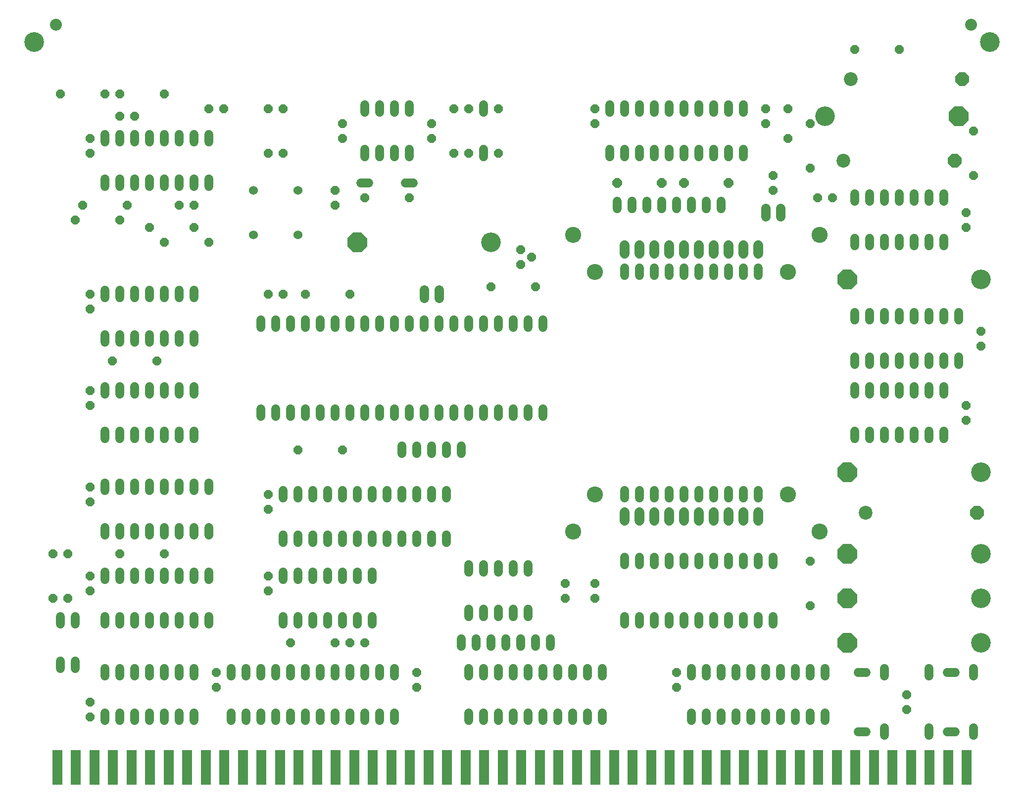
<source format=gts>
G04 EAGLE Gerber RS-274X export*
G75*
%MOMM*%
%FSLAX34Y34*%
%LPD*%
%INSoldermask Top*%
%IPPOS*%
%AMOC8*
5,1,8,0,0,1.08239X$1,22.5*%
G01*
%ADD10C,1.524000*%
%ADD11P,1.649562X8X112.500000*%
%ADD12P,1.649562X8X292.500000*%
%ADD13P,1.649562X8X22.500000*%
%ADD14C,2.743200*%
%ADD15C,1.625600*%
%ADD16P,1.759533X8X22.500000*%
%ADD17P,1.759533X8X202.500000*%
%ADD18P,1.649562X8X202.500000*%
%ADD19C,3.352800*%
%ADD20P,3.629037X8X202.500000*%
%ADD21C,1.524000*%
%ADD22P,3.629037X8X22.500000*%
%ADD23C,1.651000*%
%ADD24R,1.727200X6.045200*%
%ADD25C,3.378200*%
%ADD26C,2.032000*%
%ADD27C,2.362200*%
%ADD28P,2.556822X8X22.500000*%


D10*
X-1536700Y6096D02*
X-1536700Y19304D01*
X-1511300Y19304D02*
X-1511300Y6096D01*
X-1384300Y6096D02*
X-1384300Y19304D01*
X-1358900Y19304D02*
X-1358900Y6096D01*
X-1485900Y6096D02*
X-1485900Y19304D01*
X-1460500Y19304D02*
X-1460500Y6096D01*
X-1409700Y6096D02*
X-1409700Y19304D01*
X-1435100Y19304D02*
X-1435100Y6096D01*
X-1333500Y6096D02*
X-1333500Y19304D01*
X-1308100Y19304D02*
X-1308100Y6096D01*
X-1282700Y6096D02*
X-1282700Y19304D01*
X-1257300Y19304D02*
X-1257300Y6096D01*
X-1231900Y6096D02*
X-1231900Y19304D01*
X-1206500Y19304D02*
X-1206500Y6096D01*
X-1181100Y6096D02*
X-1181100Y19304D01*
X-1155700Y19304D02*
X-1155700Y6096D01*
X-1130300Y6096D02*
X-1130300Y19304D01*
X-1104900Y19304D02*
X-1104900Y6096D01*
X-1079500Y6096D02*
X-1079500Y19304D01*
X-1054100Y19304D02*
X-1054100Y6096D01*
X-1054100Y158496D02*
X-1054100Y171704D01*
X-1079500Y171704D02*
X-1079500Y158496D01*
X-1104900Y158496D02*
X-1104900Y171704D01*
X-1130300Y171704D02*
X-1130300Y158496D01*
X-1155700Y158496D02*
X-1155700Y171704D01*
X-1181100Y171704D02*
X-1181100Y158496D01*
X-1206500Y158496D02*
X-1206500Y171704D01*
X-1231900Y171704D02*
X-1231900Y158496D01*
X-1257300Y158496D02*
X-1257300Y171704D01*
X-1282700Y171704D02*
X-1282700Y158496D01*
X-1308100Y158496D02*
X-1308100Y171704D01*
X-1333500Y171704D02*
X-1333500Y158496D01*
X-1358900Y158496D02*
X-1358900Y171704D01*
X-1384300Y171704D02*
X-1384300Y158496D01*
X-1409700Y158496D02*
X-1409700Y171704D01*
X-1435100Y171704D02*
X-1435100Y158496D01*
X-1460500Y158496D02*
X-1460500Y171704D01*
X-1485900Y171704D02*
X-1485900Y158496D01*
X-1511300Y158496D02*
X-1511300Y171704D01*
X-1536700Y171704D02*
X-1536700Y158496D01*
X-914400Y-336296D02*
X-914400Y-349504D01*
X-889000Y-349504D02*
X-889000Y-336296D01*
X-863600Y-336296D02*
X-863600Y-349504D01*
X-838200Y-349504D02*
X-838200Y-336296D01*
X-812800Y-336296D02*
X-812800Y-349504D01*
X-787400Y-349504D02*
X-787400Y-336296D01*
X-762000Y-336296D02*
X-762000Y-349504D01*
X-736600Y-349504D02*
X-736600Y-336296D01*
X-711200Y-336296D02*
X-711200Y-349504D01*
X-685800Y-349504D02*
X-685800Y-336296D01*
X-660400Y-336296D02*
X-660400Y-349504D01*
X-660400Y-247904D02*
X-660400Y-234696D01*
X-685800Y-234696D02*
X-685800Y-247904D01*
X-711200Y-247904D02*
X-711200Y-234696D01*
X-736600Y-234696D02*
X-736600Y-247904D01*
X-762000Y-247904D02*
X-762000Y-234696D01*
X-787400Y-234696D02*
X-787400Y-247904D01*
X-812800Y-247904D02*
X-812800Y-234696D01*
X-838200Y-234696D02*
X-838200Y-247904D01*
X-863600Y-247904D02*
X-863600Y-234696D01*
X-889000Y-234696D02*
X-889000Y-247904D01*
X-914400Y-247904D02*
X-914400Y-234696D01*
X-939800Y450596D02*
X-939800Y463804D01*
X-914400Y463804D02*
X-914400Y450596D01*
X-787400Y450596D02*
X-787400Y463804D01*
X-762000Y463804D02*
X-762000Y450596D01*
X-889000Y450596D02*
X-889000Y463804D01*
X-863600Y463804D02*
X-863600Y450596D01*
X-812800Y450596D02*
X-812800Y463804D01*
X-838200Y463804D02*
X-838200Y450596D01*
X-736600Y450596D02*
X-736600Y463804D01*
X-711200Y463804D02*
X-711200Y450596D01*
X-711200Y526796D02*
X-711200Y540004D01*
X-736600Y540004D02*
X-736600Y526796D01*
X-762000Y526796D02*
X-762000Y540004D01*
X-787400Y540004D02*
X-787400Y526796D01*
X-812800Y526796D02*
X-812800Y540004D01*
X-838200Y540004D02*
X-838200Y526796D01*
X-863600Y526796D02*
X-863600Y540004D01*
X-889000Y540004D02*
X-889000Y526796D01*
X-914400Y526796D02*
X-914400Y540004D01*
X-939800Y540004D02*
X-939800Y526796D01*
D11*
X-1016000Y-304800D03*
X-1016000Y-279400D03*
D12*
X-635000Y533400D03*
X-635000Y482600D03*
D13*
X-520700Y635000D03*
X-444500Y635000D03*
D10*
X-914400Y-120396D02*
X-914400Y-133604D01*
X-889000Y-133604D02*
X-889000Y-120396D01*
X-762000Y-120396D02*
X-762000Y-133604D01*
X-736600Y-133604D02*
X-736600Y-120396D01*
X-863600Y-120396D02*
X-863600Y-133604D01*
X-838200Y-133604D02*
X-838200Y-120396D01*
X-787400Y-120396D02*
X-787400Y-133604D01*
X-812800Y-133604D02*
X-812800Y-120396D01*
X-711200Y-120396D02*
X-711200Y-133604D01*
X-685800Y-133604D02*
X-685800Y-120396D01*
X-685800Y247396D02*
X-685800Y260604D01*
X-711200Y260604D02*
X-711200Y247396D01*
X-736600Y247396D02*
X-736600Y260604D01*
X-762000Y260604D02*
X-762000Y247396D01*
X-787400Y247396D02*
X-787400Y260604D01*
X-812800Y260604D02*
X-812800Y247396D01*
X-838200Y247396D02*
X-838200Y260604D01*
X-863600Y260604D02*
X-863600Y247396D01*
X-889000Y247396D02*
X-889000Y260604D01*
X-914400Y260604D02*
X-914400Y247396D01*
D14*
X-965200Y254000D03*
X-635000Y254000D03*
X-965200Y-127000D03*
X-635000Y-127000D03*
D15*
X-673100Y348488D02*
X-673100Y362712D01*
X-647700Y362712D02*
X-647700Y348488D01*
D11*
X-596900Y-317500D03*
X-596900Y-241300D03*
D16*
X-927100Y406400D03*
X-850900Y406400D03*
D17*
X-736600Y406400D03*
X-812800Y406400D03*
D12*
X-660400Y419100D03*
X-660400Y393700D03*
D11*
X-596900Y431800D03*
X-596900Y508000D03*
X-317500Y419100D03*
X-317500Y495300D03*
D10*
X-927100Y374904D02*
X-927100Y361696D01*
X-901700Y361696D02*
X-901700Y374904D01*
X-876300Y374904D02*
X-876300Y361696D01*
X-850900Y361696D02*
X-850900Y374904D01*
X-825500Y374904D02*
X-825500Y361696D01*
X-800100Y361696D02*
X-800100Y374904D01*
X-774700Y374904D02*
X-774700Y361696D01*
X-749300Y361696D02*
X-749300Y374904D01*
X-520700Y108204D02*
X-520700Y94996D01*
X-495300Y94996D02*
X-495300Y108204D01*
X-368300Y108204D02*
X-368300Y94996D01*
X-342900Y94996D02*
X-342900Y108204D01*
X-469900Y108204D02*
X-469900Y94996D01*
X-444500Y94996D02*
X-444500Y108204D01*
X-393700Y108204D02*
X-393700Y94996D01*
X-419100Y94996D02*
X-419100Y108204D01*
X-342900Y171196D02*
X-342900Y184404D01*
X-368300Y184404D02*
X-368300Y171196D01*
X-393700Y171196D02*
X-393700Y184404D01*
X-419100Y184404D02*
X-419100Y171196D01*
X-444500Y171196D02*
X-444500Y184404D01*
X-469900Y184404D02*
X-469900Y171196D01*
X-495300Y171196D02*
X-495300Y184404D01*
X-520700Y184404D02*
X-520700Y171196D01*
X-520700Y-18796D02*
X-520700Y-32004D01*
X-495300Y-32004D02*
X-495300Y-18796D01*
X-368300Y-18796D02*
X-368300Y-32004D01*
X-368300Y44196D02*
X-368300Y57404D01*
X-469900Y-18796D02*
X-469900Y-32004D01*
X-444500Y-32004D02*
X-444500Y-18796D01*
X-393700Y-18796D02*
X-393700Y-32004D01*
X-419100Y-32004D02*
X-419100Y-18796D01*
X-393700Y44196D02*
X-393700Y57404D01*
X-419100Y57404D02*
X-419100Y44196D01*
X-444500Y44196D02*
X-444500Y57404D01*
X-469900Y57404D02*
X-469900Y44196D01*
X-495300Y44196D02*
X-495300Y57404D01*
X-520700Y57404D02*
X-520700Y44196D01*
X-520700Y298196D02*
X-520700Y311404D01*
X-495300Y311404D02*
X-495300Y298196D01*
X-368300Y298196D02*
X-368300Y311404D01*
X-368300Y374396D02*
X-368300Y387604D01*
X-469900Y311404D02*
X-469900Y298196D01*
X-444500Y298196D02*
X-444500Y311404D01*
X-393700Y311404D02*
X-393700Y298196D01*
X-419100Y298196D02*
X-419100Y311404D01*
X-393700Y374396D02*
X-393700Y387604D01*
X-419100Y387604D02*
X-419100Y374396D01*
X-444500Y374396D02*
X-444500Y387604D01*
X-469900Y387604D02*
X-469900Y374396D01*
X-495300Y374396D02*
X-495300Y387604D01*
X-520700Y387604D02*
X-520700Y374396D01*
D18*
X-1066800Y228600D03*
X-1143000Y228600D03*
D10*
X-1358900Y450596D02*
X-1358900Y463804D01*
X-1333500Y463804D02*
X-1333500Y450596D01*
X-1308100Y450596D02*
X-1308100Y463804D01*
X-1282700Y463804D02*
X-1282700Y450596D01*
X-1282700Y526796D02*
X-1282700Y540004D01*
X-1308100Y540004D02*
X-1308100Y526796D01*
X-1333500Y526796D02*
X-1333500Y540004D01*
X-1358900Y540004D02*
X-1358900Y526796D01*
D12*
X-1181100Y533400D03*
X-1181100Y457200D03*
X-1206500Y533400D03*
X-1206500Y457200D03*
D10*
X-1155700Y450596D02*
X-1155700Y463804D01*
X-1155700Y526796D02*
X-1155700Y540004D01*
D18*
X-1282700Y381000D03*
X-1358900Y381000D03*
D10*
X-1289304Y406400D02*
X-1276096Y406400D01*
X-1352296Y406400D02*
X-1365504Y406400D01*
D12*
X-1130300Y533400D03*
X-1130300Y457200D03*
D11*
X-1244600Y482600D03*
X-1244600Y508000D03*
D12*
X-1409700Y393700D03*
X-1409700Y368300D03*
D18*
X-1397000Y-50800D03*
X-1473200Y-50800D03*
D12*
X-1092200Y266700D03*
X-1073150Y279400D03*
X-1092200Y292100D03*
X-673100Y533400D03*
X-673100Y508000D03*
D19*
X-304800Y-228600D03*
D20*
X-533400Y-228600D03*
D18*
X-558800Y381000D03*
X-584200Y381000D03*
D12*
X-304800Y152400D03*
X-304800Y127000D03*
D21*
X-1549400Y393700D03*
X-1549400Y317500D03*
X-1473200Y317500D03*
X-1473200Y393700D03*
D18*
X-1498600Y457200D03*
X-1524000Y457200D03*
D13*
X-1524000Y215900D03*
X-1498600Y215900D03*
D12*
X-1397000Y508000D03*
X-1397000Y482600D03*
X-965200Y533400D03*
X-965200Y508000D03*
D19*
X-1143000Y304800D03*
D20*
X-1371600Y304800D03*
D19*
X-304800Y-381000D03*
D20*
X-533400Y-381000D03*
D19*
X-571500Y520700D03*
D22*
X-342900Y520700D03*
D19*
X-304800Y241300D03*
D20*
X-533400Y241300D03*
D19*
X-304800Y-88900D03*
D20*
X-533400Y-88900D03*
D11*
X-330200Y0D03*
X-330200Y25400D03*
X-330200Y330200D03*
X-330200Y355600D03*
D19*
X-304800Y-304800D03*
D20*
X-533400Y-304800D03*
D12*
X-965200Y-279400D03*
X-965200Y-304800D03*
D15*
X-1257300Y208788D02*
X-1257300Y223012D01*
X-1231900Y223012D02*
X-1231900Y208788D01*
D18*
X-1384300Y215900D03*
X-1460500Y215900D03*
D23*
X-914400Y-157861D02*
X-914400Y-172339D01*
X-889000Y-172339D02*
X-889000Y-157861D01*
X-762000Y-157861D02*
X-762000Y-172339D01*
X-736600Y-172339D02*
X-736600Y-157861D01*
X-863600Y-157861D02*
X-863600Y-172339D01*
X-838200Y-172339D02*
X-838200Y-157861D01*
X-787400Y-157861D02*
X-787400Y-172339D01*
X-812800Y-172339D02*
X-812800Y-157861D01*
X-711200Y-157861D02*
X-711200Y-172339D01*
X-685800Y-172339D02*
X-685800Y-157861D01*
X-685800Y284861D02*
X-685800Y299339D01*
X-711200Y299339D02*
X-711200Y284861D01*
X-736600Y284861D02*
X-736600Y299339D01*
X-762000Y299339D02*
X-762000Y284861D01*
X-787400Y284861D02*
X-787400Y299339D01*
X-812800Y299339D02*
X-812800Y284861D01*
X-838200Y284861D02*
X-838200Y299339D01*
X-863600Y299339D02*
X-863600Y284861D01*
X-889000Y284861D02*
X-889000Y299339D01*
X-914400Y299339D02*
X-914400Y284861D01*
D14*
X-1002030Y317500D03*
X-580390Y317500D03*
X-1002030Y-190500D03*
X-580390Y-190500D03*
D11*
X-431800Y-495300D03*
X-431800Y-469900D03*
D10*
X-393700Y-438404D02*
X-393700Y-425196D01*
X-393700Y-526796D02*
X-393700Y-540004D01*
X-469900Y-438404D02*
X-469900Y-425196D01*
X-469900Y-526796D02*
X-469900Y-540004D01*
X-317500Y-540004D02*
X-317500Y-526796D01*
X-317500Y-438404D02*
X-317500Y-425196D01*
D24*
X-1122680Y-594360D03*
X-1154430Y-594360D03*
X-1186180Y-594360D03*
X-1217930Y-594360D03*
X-1249680Y-594360D03*
X-1281430Y-594360D03*
X-1313180Y-594360D03*
X-1344930Y-594360D03*
X-1376680Y-594360D03*
X-1408430Y-594360D03*
X-1440180Y-594360D03*
X-1471930Y-594360D03*
X-1503680Y-594360D03*
X-1535430Y-594360D03*
X-1567180Y-594360D03*
X-1598930Y-594360D03*
X-1630680Y-594360D03*
X-1662430Y-594360D03*
X-1694180Y-594360D03*
X-1725930Y-594360D03*
X-1757680Y-594360D03*
X-1789430Y-594360D03*
X-1821180Y-594360D03*
X-1852930Y-594360D03*
X-1884680Y-594360D03*
X-1090930Y-594360D03*
X-1059180Y-594360D03*
X-1027430Y-594360D03*
X-995680Y-594360D03*
X-963930Y-594360D03*
X-932180Y-594360D03*
X-900430Y-594360D03*
X-868680Y-594360D03*
X-836930Y-594360D03*
X-805180Y-594360D03*
X-773430Y-594360D03*
X-741680Y-594360D03*
X-709930Y-594360D03*
X-678180Y-594360D03*
X-646430Y-594360D03*
X-614680Y-594360D03*
X-582930Y-594360D03*
X-551180Y-594360D03*
X-519430Y-594360D03*
X-487680Y-594360D03*
X-455930Y-594360D03*
X-424180Y-594360D03*
X-392430Y-594360D03*
X-360680Y-594360D03*
X-328930Y-594360D03*
D25*
X-1924050Y647700D03*
X-289560Y647700D03*
D26*
X-1887220Y676910D03*
X-321310Y676910D03*
D10*
X-501396Y-533400D02*
X-514604Y-533400D01*
X-514604Y-431800D02*
X-501396Y-431800D01*
X-362204Y-533400D02*
X-348996Y-533400D01*
X-348996Y-431800D02*
X-362204Y-431800D01*
X-1181100Y-501396D02*
X-1181100Y-514604D01*
X-1155700Y-514604D02*
X-1155700Y-501396D01*
X-1028700Y-501396D02*
X-1028700Y-514604D01*
X-1003300Y-514604D02*
X-1003300Y-501396D01*
X-1130300Y-501396D02*
X-1130300Y-514604D01*
X-1104900Y-514604D02*
X-1104900Y-501396D01*
X-1054100Y-501396D02*
X-1054100Y-514604D01*
X-1079500Y-514604D02*
X-1079500Y-501396D01*
X-977900Y-501396D02*
X-977900Y-514604D01*
X-952500Y-514604D02*
X-952500Y-501396D01*
X-952500Y-438404D02*
X-952500Y-425196D01*
X-977900Y-425196D02*
X-977900Y-438404D01*
X-1003300Y-438404D02*
X-1003300Y-425196D01*
X-1028700Y-425196D02*
X-1028700Y-438404D01*
X-1054100Y-438404D02*
X-1054100Y-425196D01*
X-1079500Y-425196D02*
X-1079500Y-438404D01*
X-1104900Y-438404D02*
X-1104900Y-425196D01*
X-1130300Y-425196D02*
X-1130300Y-438404D01*
X-1155700Y-438404D02*
X-1155700Y-425196D01*
X-1181100Y-425196D02*
X-1181100Y-438404D01*
X-1193800Y-387604D02*
X-1193800Y-374396D01*
X-1168400Y-374396D02*
X-1168400Y-387604D01*
X-1143000Y-387604D02*
X-1143000Y-374396D01*
X-1117600Y-374396D02*
X-1117600Y-387604D01*
X-1092200Y-387604D02*
X-1092200Y-374396D01*
X-1066800Y-374396D02*
X-1066800Y-387604D01*
X-1041400Y-387604D02*
X-1041400Y-374396D01*
X-1498600Y-209804D02*
X-1498600Y-196596D01*
X-1473200Y-196596D02*
X-1473200Y-209804D01*
X-1447800Y-209804D02*
X-1447800Y-196596D01*
X-1422400Y-196596D02*
X-1422400Y-209804D01*
X-1397000Y-209804D02*
X-1397000Y-196596D01*
X-1371600Y-196596D02*
X-1371600Y-209804D01*
X-1346200Y-209804D02*
X-1346200Y-196596D01*
X-1320800Y-196596D02*
X-1320800Y-209804D01*
X-1295400Y-209804D02*
X-1295400Y-196596D01*
X-1270000Y-196596D02*
X-1270000Y-209804D01*
X-1244600Y-209804D02*
X-1244600Y-196596D01*
X-1219200Y-196596D02*
X-1219200Y-209804D01*
X-1219200Y-133604D02*
X-1219200Y-120396D01*
X-1244600Y-120396D02*
X-1244600Y-133604D01*
X-1270000Y-133604D02*
X-1270000Y-120396D01*
X-1295400Y-120396D02*
X-1295400Y-133604D01*
X-1320800Y-133604D02*
X-1320800Y-120396D01*
X-1346200Y-120396D02*
X-1346200Y-133604D01*
X-1371600Y-133604D02*
X-1371600Y-120396D01*
X-1397000Y-120396D02*
X-1397000Y-133604D01*
X-1422400Y-133604D02*
X-1422400Y-120396D01*
X-1447800Y-120396D02*
X-1447800Y-133604D01*
X-1473200Y-133604D02*
X-1473200Y-120396D01*
X-1498600Y-120396D02*
X-1498600Y-133604D01*
X-1587500Y-501396D02*
X-1587500Y-514604D01*
X-1562100Y-514604D02*
X-1562100Y-501396D01*
X-1536700Y-501396D02*
X-1536700Y-514604D01*
X-1511300Y-514604D02*
X-1511300Y-501396D01*
X-1485900Y-501396D02*
X-1485900Y-514604D01*
X-1460500Y-514604D02*
X-1460500Y-501396D01*
X-1435100Y-501396D02*
X-1435100Y-514604D01*
X-1409700Y-514604D02*
X-1409700Y-501396D01*
X-1384300Y-501396D02*
X-1384300Y-514604D01*
X-1358900Y-514604D02*
X-1358900Y-501396D01*
X-1333500Y-501396D02*
X-1333500Y-514604D01*
X-1308100Y-514604D02*
X-1308100Y-501396D01*
X-1308100Y-438404D02*
X-1308100Y-425196D01*
X-1333500Y-425196D02*
X-1333500Y-438404D01*
X-1358900Y-438404D02*
X-1358900Y-425196D01*
X-1384300Y-425196D02*
X-1384300Y-438404D01*
X-1409700Y-438404D02*
X-1409700Y-425196D01*
X-1435100Y-425196D02*
X-1435100Y-438404D01*
X-1460500Y-438404D02*
X-1460500Y-425196D01*
X-1485900Y-425196D02*
X-1485900Y-438404D01*
X-1511300Y-438404D02*
X-1511300Y-425196D01*
X-1536700Y-425196D02*
X-1536700Y-438404D01*
X-1562100Y-438404D02*
X-1562100Y-425196D01*
X-1587500Y-425196D02*
X-1587500Y-438404D01*
X-1803400Y-501396D02*
X-1803400Y-514604D01*
X-1778000Y-514604D02*
X-1778000Y-501396D01*
X-1651000Y-501396D02*
X-1651000Y-514604D01*
X-1651000Y-438404D02*
X-1651000Y-425196D01*
X-1752600Y-501396D02*
X-1752600Y-514604D01*
X-1727200Y-514604D02*
X-1727200Y-501396D01*
X-1676400Y-501396D02*
X-1676400Y-514604D01*
X-1701800Y-514604D02*
X-1701800Y-501396D01*
X-1676400Y-438404D02*
X-1676400Y-425196D01*
X-1701800Y-425196D02*
X-1701800Y-438404D01*
X-1727200Y-438404D02*
X-1727200Y-425196D01*
X-1752600Y-425196D02*
X-1752600Y-438404D01*
X-1778000Y-438404D02*
X-1778000Y-425196D01*
X-1803400Y-425196D02*
X-1803400Y-438404D01*
X-800100Y-501396D02*
X-800100Y-514604D01*
X-774700Y-514604D02*
X-774700Y-501396D01*
X-647700Y-501396D02*
X-647700Y-514604D01*
X-622300Y-514604D02*
X-622300Y-501396D01*
X-749300Y-501396D02*
X-749300Y-514604D01*
X-723900Y-514604D02*
X-723900Y-501396D01*
X-673100Y-501396D02*
X-673100Y-514604D01*
X-698500Y-514604D02*
X-698500Y-501396D01*
X-596900Y-501396D02*
X-596900Y-514604D01*
X-571500Y-514604D02*
X-571500Y-501396D01*
X-571500Y-438404D02*
X-571500Y-425196D01*
X-596900Y-425196D02*
X-596900Y-438404D01*
X-622300Y-438404D02*
X-622300Y-425196D01*
X-647700Y-425196D02*
X-647700Y-438404D01*
X-673100Y-438404D02*
X-673100Y-425196D01*
X-698500Y-425196D02*
X-698500Y-438404D01*
X-723900Y-438404D02*
X-723900Y-425196D01*
X-749300Y-425196D02*
X-749300Y-438404D01*
X-774700Y-438404D02*
X-774700Y-425196D01*
X-800100Y-425196D02*
X-800100Y-438404D01*
X-1803400Y-197104D02*
X-1803400Y-183896D01*
X-1778000Y-183896D02*
X-1778000Y-197104D01*
X-1651000Y-197104D02*
X-1651000Y-183896D01*
X-1625600Y-183896D02*
X-1625600Y-197104D01*
X-1752600Y-197104D02*
X-1752600Y-183896D01*
X-1727200Y-183896D02*
X-1727200Y-197104D01*
X-1676400Y-197104D02*
X-1676400Y-183896D01*
X-1701800Y-183896D02*
X-1701800Y-197104D01*
X-1625600Y-120904D02*
X-1625600Y-107696D01*
X-1651000Y-107696D02*
X-1651000Y-120904D01*
X-1676400Y-120904D02*
X-1676400Y-107696D01*
X-1701800Y-107696D02*
X-1701800Y-120904D01*
X-1727200Y-120904D02*
X-1727200Y-107696D01*
X-1752600Y-107696D02*
X-1752600Y-120904D01*
X-1778000Y-120904D02*
X-1778000Y-107696D01*
X-1803400Y-107696D02*
X-1803400Y-120904D01*
D18*
X-1701800Y-228600D03*
X-1778000Y-228600D03*
D10*
X-1803400Y-32004D02*
X-1803400Y-18796D01*
X-1778000Y-18796D02*
X-1778000Y-32004D01*
X-1651000Y-32004D02*
X-1651000Y-18796D01*
X-1651000Y44196D02*
X-1651000Y57404D01*
X-1752600Y-18796D02*
X-1752600Y-32004D01*
X-1727200Y-32004D02*
X-1727200Y-18796D01*
X-1676400Y-18796D02*
X-1676400Y-32004D01*
X-1701800Y-32004D02*
X-1701800Y-18796D01*
X-1676400Y44196D02*
X-1676400Y57404D01*
X-1701800Y57404D02*
X-1701800Y44196D01*
X-1727200Y44196D02*
X-1727200Y57404D01*
X-1752600Y57404D02*
X-1752600Y44196D01*
X-1778000Y44196D02*
X-1778000Y57404D01*
X-1803400Y57404D02*
X-1803400Y44196D01*
X-1803400Y133096D02*
X-1803400Y146304D01*
X-1778000Y146304D02*
X-1778000Y133096D01*
X-1651000Y133096D02*
X-1651000Y146304D01*
X-1651000Y209296D02*
X-1651000Y222504D01*
X-1752600Y146304D02*
X-1752600Y133096D01*
X-1727200Y133096D02*
X-1727200Y146304D01*
X-1676400Y146304D02*
X-1676400Y133096D01*
X-1701800Y133096D02*
X-1701800Y146304D01*
X-1676400Y209296D02*
X-1676400Y222504D01*
X-1701800Y222504D02*
X-1701800Y209296D01*
X-1727200Y209296D02*
X-1727200Y222504D01*
X-1752600Y222504D02*
X-1752600Y209296D01*
X-1778000Y209296D02*
X-1778000Y222504D01*
X-1803400Y222504D02*
X-1803400Y209296D01*
D18*
X-1714500Y101600D03*
X-1790700Y101600D03*
D10*
X-1803400Y-336296D02*
X-1803400Y-349504D01*
X-1778000Y-349504D02*
X-1778000Y-336296D01*
X-1651000Y-336296D02*
X-1651000Y-349504D01*
X-1625600Y-349504D02*
X-1625600Y-336296D01*
X-1752600Y-336296D02*
X-1752600Y-349504D01*
X-1727200Y-349504D02*
X-1727200Y-336296D01*
X-1676400Y-336296D02*
X-1676400Y-349504D01*
X-1701800Y-349504D02*
X-1701800Y-336296D01*
X-1625600Y-273304D02*
X-1625600Y-260096D01*
X-1651000Y-260096D02*
X-1651000Y-273304D01*
X-1676400Y-273304D02*
X-1676400Y-260096D01*
X-1701800Y-260096D02*
X-1701800Y-273304D01*
X-1727200Y-273304D02*
X-1727200Y-260096D01*
X-1752600Y-260096D02*
X-1752600Y-273304D01*
X-1778000Y-273304D02*
X-1778000Y-260096D01*
X-1803400Y-260096D02*
X-1803400Y-273304D01*
X-1879600Y-412496D02*
X-1879600Y-425704D01*
X-1854200Y-425704D02*
X-1854200Y-412496D01*
X-1854200Y-349504D02*
X-1854200Y-336296D01*
X-1879600Y-336296D02*
X-1879600Y-349504D01*
D12*
X-1866900Y-228600D03*
X-1866900Y-304800D03*
X-1892300Y-228600D03*
X-1892300Y-304800D03*
D10*
X-1498600Y-336296D02*
X-1498600Y-349504D01*
X-1473200Y-349504D02*
X-1473200Y-336296D01*
X-1346200Y-336296D02*
X-1346200Y-349504D01*
X-1346200Y-273304D02*
X-1346200Y-260096D01*
X-1447800Y-336296D02*
X-1447800Y-349504D01*
X-1422400Y-349504D02*
X-1422400Y-336296D01*
X-1371600Y-336296D02*
X-1371600Y-349504D01*
X-1397000Y-349504D02*
X-1397000Y-336296D01*
X-1371600Y-273304D02*
X-1371600Y-260096D01*
X-1397000Y-260096D02*
X-1397000Y-273304D01*
X-1422400Y-273304D02*
X-1422400Y-260096D01*
X-1447800Y-260096D02*
X-1447800Y-273304D01*
X-1473200Y-273304D02*
X-1473200Y-260096D01*
X-1498600Y-260096D02*
X-1498600Y-273304D01*
D13*
X-1485900Y-381000D03*
X-1409700Y-381000D03*
X-1384300Y-381000D03*
X-1358900Y-381000D03*
D10*
X-1295400Y-57404D02*
X-1295400Y-44196D01*
X-1270000Y-44196D02*
X-1270000Y-57404D01*
X-1244600Y-57404D02*
X-1244600Y-44196D01*
X-1219200Y-44196D02*
X-1219200Y-57404D01*
X-1193800Y-57404D02*
X-1193800Y-44196D01*
D12*
X-1828800Y-482600D03*
X-1828800Y-508000D03*
X-1828800Y-266700D03*
X-1828800Y-292100D03*
X-1828800Y-114300D03*
X-1828800Y-139700D03*
X-1828800Y50800D03*
X-1828800Y25400D03*
X-1828800Y215900D03*
X-1828800Y190500D03*
X-1828800Y482600D03*
X-1828800Y457200D03*
X-1524000Y-127000D03*
X-1524000Y-152400D03*
X-1612900Y-431800D03*
X-1612900Y-457200D03*
X-1524000Y-266700D03*
X-1524000Y-292100D03*
X-1270000Y-431800D03*
X-1270000Y-457200D03*
X-825500Y-431800D03*
X-825500Y-457200D03*
D27*
X-527050Y584200D03*
D28*
X-336550Y584200D03*
D27*
X-539750Y444500D03*
D28*
X-349250Y444500D03*
D27*
X-501650Y-158750D03*
D28*
X-311150Y-158750D03*
D18*
X-1498600Y533400D03*
X-1524000Y533400D03*
X-1600200Y533400D03*
X-1625600Y533400D03*
D10*
X-1803400Y413004D02*
X-1803400Y399796D01*
X-1778000Y399796D02*
X-1778000Y413004D01*
X-1651000Y413004D02*
X-1651000Y399796D01*
X-1625600Y399796D02*
X-1625600Y413004D01*
X-1752600Y413004D02*
X-1752600Y399796D01*
X-1727200Y399796D02*
X-1727200Y413004D01*
X-1676400Y413004D02*
X-1676400Y399796D01*
X-1701800Y399796D02*
X-1701800Y413004D01*
X-1625600Y475996D02*
X-1625600Y489204D01*
X-1651000Y489204D02*
X-1651000Y475996D01*
X-1676400Y475996D02*
X-1676400Y489204D01*
X-1701800Y489204D02*
X-1701800Y475996D01*
X-1727200Y475996D02*
X-1727200Y489204D01*
X-1752600Y489204D02*
X-1752600Y475996D01*
X-1778000Y475996D02*
X-1778000Y489204D01*
X-1803400Y489204D02*
X-1803400Y475996D01*
D18*
X-1778000Y342900D03*
X-1854200Y342900D03*
D13*
X-1778000Y520700D03*
X-1752600Y520700D03*
D18*
X-1765300Y368300D03*
X-1841500Y368300D03*
D13*
X-1778000Y558800D03*
X-1701800Y558800D03*
D18*
X-1625600Y304800D03*
X-1701800Y304800D03*
X-1651000Y368300D03*
X-1676400Y368300D03*
X-1651000Y330200D03*
X-1727200Y330200D03*
D13*
X-1879600Y558800D03*
X-1803400Y558800D03*
D10*
X-1181100Y-323596D02*
X-1181100Y-336804D01*
X-1155700Y-336804D02*
X-1155700Y-323596D01*
X-1104900Y-260604D02*
X-1104900Y-247396D01*
X-1130300Y-247396D02*
X-1130300Y-260604D01*
X-1130300Y-323596D02*
X-1130300Y-336804D01*
X-1104900Y-336804D02*
X-1104900Y-323596D01*
X-1079500Y-260604D02*
X-1079500Y-247396D01*
X-1079500Y-323596D02*
X-1079500Y-336804D01*
X-1155700Y-260604D02*
X-1155700Y-247396D01*
X-1181100Y-247396D02*
X-1181100Y-260604D01*
M02*

</source>
